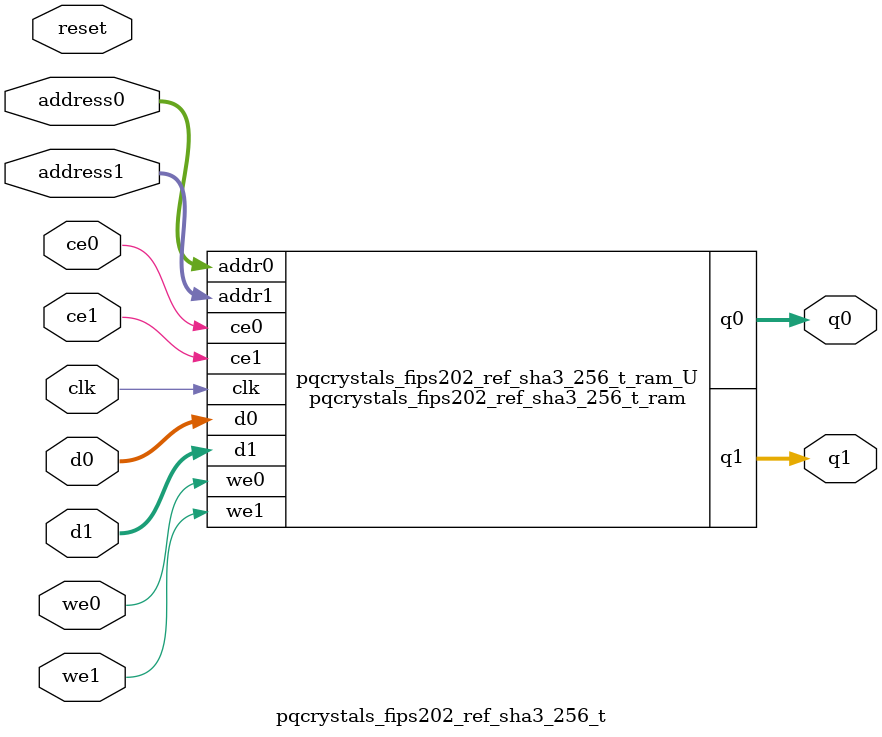
<source format=v>
`timescale 1 ns / 1 ps
module pqcrystals_fips202_ref_sha3_256_t_ram (addr0, ce0, d0, we0, q0, addr1, ce1, d1, we1, q1,  clk);

parameter DWIDTH = 8;
parameter AWIDTH = 8;
parameter MEM_SIZE = 136;

input[AWIDTH-1:0] addr0;
input ce0;
input[DWIDTH-1:0] d0;
input we0;
output reg[DWIDTH-1:0] q0;
input[AWIDTH-1:0] addr1;
input ce1;
input[DWIDTH-1:0] d1;
input we1;
output reg[DWIDTH-1:0] q1;
input clk;

(* ram_style = "block" *)reg [DWIDTH-1:0] ram[0:MEM_SIZE-1];




always @(posedge clk)  
begin 
    if (ce0) 
    begin
        if (we0) 
        begin 
            ram[addr0] <= d0; 
        end 
        q0 <= ram[addr0];
    end
end


always @(posedge clk)  
begin 
    if (ce1) 
    begin
        if (we1) 
        begin 
            ram[addr1] <= d1; 
        end 
        q1 <= ram[addr1];
    end
end


endmodule

`timescale 1 ns / 1 ps
module pqcrystals_fips202_ref_sha3_256_t(
    reset,
    clk,
    address0,
    ce0,
    we0,
    d0,
    q0,
    address1,
    ce1,
    we1,
    d1,
    q1);

parameter DataWidth = 32'd8;
parameter AddressRange = 32'd136;
parameter AddressWidth = 32'd8;
input reset;
input clk;
input[AddressWidth - 1:0] address0;
input ce0;
input we0;
input[DataWidth - 1:0] d0;
output[DataWidth - 1:0] q0;
input[AddressWidth - 1:0] address1;
input ce1;
input we1;
input[DataWidth - 1:0] d1;
output[DataWidth - 1:0] q1;



pqcrystals_fips202_ref_sha3_256_t_ram pqcrystals_fips202_ref_sha3_256_t_ram_U(
    .clk( clk ),
    .addr0( address0 ),
    .ce0( ce0 ),
    .we0( we0 ),
    .d0( d0 ),
    .q0( q0 ),
    .addr1( address1 ),
    .ce1( ce1 ),
    .we1( we1 ),
    .d1( d1 ),
    .q1( q1 ));

endmodule


</source>
